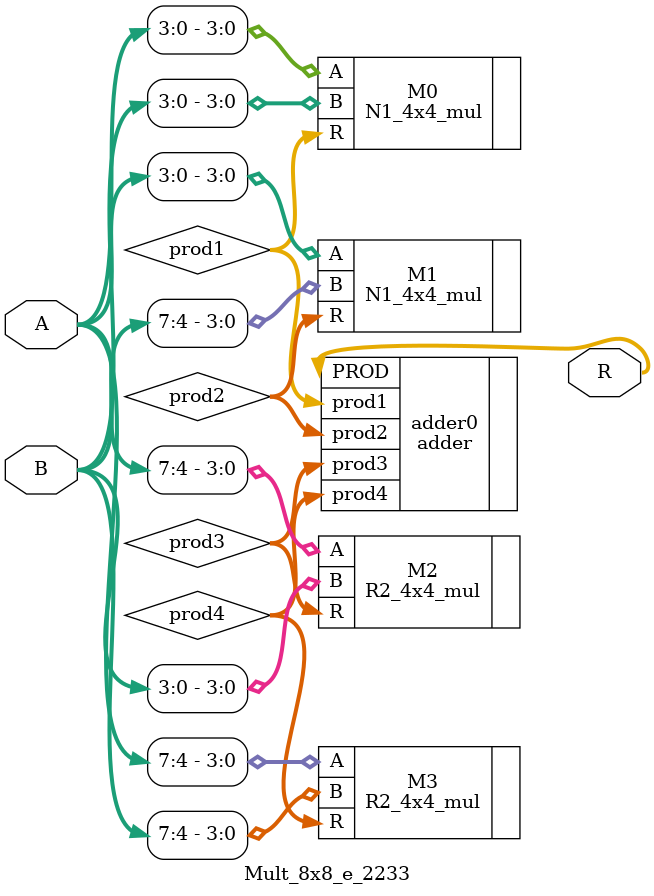
<source format=v>
module Mult_8x8_e_2233(
input [7:0] A,
input [7:0] B,
output [15:0]R
);
wire [7:0]prod1;
wire [7:0]prod2;
wire [7:0]prod3;
wire [7:0]prod4;

N1_4x4_mul M0(.A(A[3:0]),.B(B[3:0]),.R(prod1));
N1_4x4_mul M1(.A(A[3:0]),.B(B[7:4]),.R(prod2));
R2_4x4_mul M2(.A(A[7:4]),.B(B[3:0]),.R(prod3));
R2_4x4_mul M3(.A(A[7:4]),.B(B[7:4]),.R(prod4));
adder adder0(.prod1(prod1),.prod2(prod2),.prod3(prod3),.prod4(prod4),.PROD(R));
endmodule

</source>
